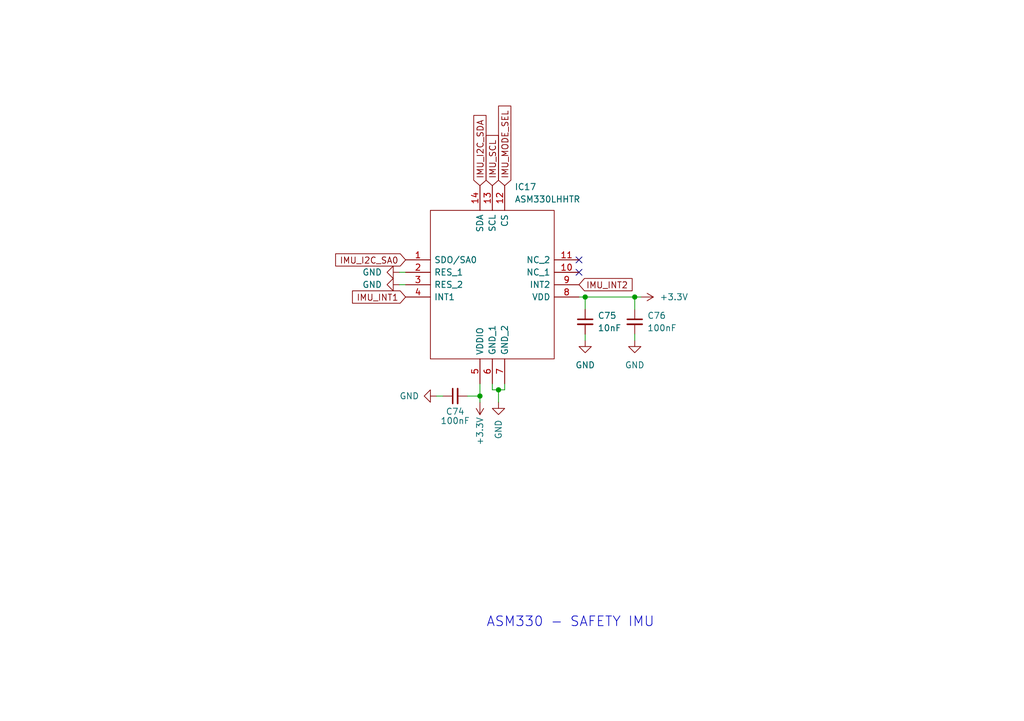
<source format=kicad_sch>
(kicad_sch (version 20211123) (generator eeschema)
  (paper "A5")
  (lib_symbols
    (symbol "Device:C_Small" (pin_numbers hide) (pin_names (offset 0.254) hide)
      (property "Reference" "C" (at 0.254 1.778 0))
      (property "Value" "C_Small" (at 0.254 -2.032 0))
      (symbol "C_Small_0_1"
        (polyline (pts (xy -1.524 -0.508) (xy 1.524 -0.508)) (stroke (width 0.3302)))
        (polyline (pts (xy -1.524 0.508) (xy 1.524 0.508)) (stroke (width 0.3048)))
      )
      (symbol "C_Small_1_1"
        (pin passive line (at 0 2.54 270) (length 2.032) (name "~") (number "1"))
        (pin passive line (at 0 -2.54 90) (length 2.032) (name "~") (number "2"))
      )
    )
    (symbol "pdms_additional:ASM330LHHTR" (pin_names (offset 0.762))
      (property "Reference" "IC" (at 31.75 15.24 0))
      (property "Value" "ASM330LHHTR" (at 31.75 12.7 0))
      (symbol "ASM330LHHTR_0_0"
        (pin passive line (at 0 0 0) (length 5.08) (name "SDO/SA0") (number "1"))
        (pin passive line (at 35.56 -2.54 180) (length 5.08) (name "NC_1") (number "10"))
        (pin passive line (at 35.56 0 180) (length 5.08) (name "NC_2") (number "11"))
        (pin passive line (at 20.32 15.24 270) (length 5.08) (name "CS") (number "12"))
        (pin passive line (at 17.78 15.24 270) (length 5.08) (name "SCL") (number "13"))
        (pin passive line (at 15.24 15.24 270) (length 5.08) (name "SDA") (number "14"))
        (pin passive line (at 0 -2.54 0) (length 5.08) (name "RES_1") (number "2"))
        (pin passive line (at 0 -5.08 0) (length 5.08) (name "RES_2") (number "3"))
        (pin passive line (at 0 -7.62 0) (length 5.08) (name "INT1") (number "4"))
        (pin passive line (at 15.24 -25.4 90) (length 5.08) (name "VDDIO") (number "5"))
        (pin passive line (at 17.78 -25.4 90) (length 5.08) (name "GND_1") (number "6"))
        (pin passive line (at 20.32 -25.4 90) (length 5.08) (name "GND_2") (number "7"))
        (pin passive line (at 35.56 -7.62 180) (length 5.08) (name "VDD") (number "8"))
        (pin passive line (at 35.56 -5.08 180) (length 5.08) (name "INT2") (number "9"))
      )
      (symbol "ASM330LHHTR_0_1"
        (polyline (pts (xy 5.08 10.16) (xy 30.48 10.16) (xy 30.48 -20.32) (xy 5.08 -20.32) (xy 5.08 10.16)) (stroke (width 0.1524)))
      )
    )
    (symbol "power:+3.3V" (power) (pin_names (offset 0))
      (property "Value" "+3.3V" (at 0 3.556 0))
      (symbol "+3.3V_0_1"
        (polyline (pts (xy -0.762 1.27) (xy 0 2.54)))
        (polyline (pts (xy 0 0) (xy 0 2.54)))
        (polyline (pts (xy 0 2.54) (xy 0.762 1.27)))
      )
      (symbol "+3.3V_1_1"
        (pin power_in line (at 0 0 90) (length 0) hide (name "+3.3V") (number "1"))
      )
    )
    (symbol "power:GND" (power) (pin_names (offset 0))
      (property "Value" "GND" (at 0 -3.81 0))
      (symbol "GND_0_1"
        (polyline (pts (xy 0 0) (xy 0 -1.27) (xy 1.27 -1.27) (xy 0 -2.54) (xy -1.27 -1.27) (xy 0 -1.27)))
      )
      (symbol "GND_1_1"
        (pin power_in line (at 0 0 270) (length 0) hide (name "GND") (number "1"))
      )
    )
  )
  (junction (at 120.015 60.96))
  (junction (at 102.235 80.01))
  (junction (at 130.175 60.96))
  (junction (at 98.425 81.28))
  (no_connect (at 118.745 55.88))
  (no_connect (at 118.745 53.34))
  (wire (pts (xy 120.015 68.58) (xy 120.015 69.85)))
  (wire (pts (xy 95.885 81.28) (xy 98.425 81.28)))
  (wire (pts (xy 120.015 60.96) (xy 130.175 60.96)))
  (wire (pts (xy 103.505 80.01) (xy 103.505 78.74)))
  (wire (pts (xy 81.915 58.42) (xy 83.185 58.42)))
  (wire (pts (xy 81.915 55.88) (xy 83.185 55.88)))
  (wire (pts (xy 98.425 81.28) (xy 98.425 82.55)))
  (wire (pts (xy 130.175 60.96) (xy 130.175 63.5)))
  (wire (pts (xy 89.535 81.28) (xy 90.805 81.28)))
  (wire (pts (xy 98.425 81.28) (xy 98.425 78.74)))
  (wire (pts (xy 102.235 80.01) (xy 103.505 80.01)))
  (wire (pts (xy 120.015 60.96) (xy 120.015 63.5)))
  (wire (pts (xy 100.965 80.01) (xy 102.235 80.01)))
  (wire (pts (xy 130.175 60.96) (xy 131.445 60.96)))
  (wire (pts (xy 100.965 78.74) (xy 100.965 80.01)))
  (wire (pts (xy 118.745 60.96) (xy 120.015 60.96)))
  (wire (pts (xy 102.235 80.01) (xy 102.235 82.55)))
  (wire (pts (xy 130.175 68.58) (xy 130.175 69.85)))
  (text "ASM330 - SAFETY IMU" (at 99.695 128.905 0) (effects (font (size 2 2)) (justify left bottom)))
  (global_label "IMU_I2C_SA0" (shape input) (at 83.185 53.34 180) (property "Intersheet References" "${INTERSHEET_REFS}" (effects hide)))
  (global_label "IMU_I2C_SDA" (shape input) (at 98.425 38.1 90) (property "Intersheet References" "${INTERSHEET_REFS}" (effects hide)))
  (global_label "IMU_SCL" (shape input) (at 100.965 38.1 90) (property "Intersheet References" "${INTERSHEET_REFS}" (effects hide)))
  (global_label "IMU_MODE_SEL" (shape input) (at 103.505 38.1 90) (property "Intersheet References" "${INTERSHEET_REFS}" (effects hide)))
  (global_label "IMU_INT2" (shape input) (at 118.745 58.42 0) (property "Intersheet References" "${INTERSHEET_REFS}" (effects hide)))
  (global_label "IMU_INT1" (shape input) (at 83.185 60.96 180) (property "Intersheet References" "${INTERSHEET_REFS}" (effects hide)))
  (symbol (lib_id "power:GND") (at 130.175 69.85 0) (unit 1)
    (property "Reference" "#PWR0293" (effects hide))
    (property "Value" "GND" (at 130.175 74.93 0))
  )
  (symbol (lib_id "Device:C_Small") (at 130.175 66.04 0) (unit 1)
    (property "Reference" "C76" (at 132.715 64.7762 0) (effects (justify left)))
    (property "Value" "100nF" (at 132.715 67.3162 0) (effects (justify left)))
  )
  (symbol (lib_id "Device:C_Small") (at 120.015 66.04 0) (unit 1)
    (property "Reference" "C75" (at 122.555 64.7762 0) (effects (justify left)))
    (property "Value" "10nF" (at 122.555 67.3162 0) (effects (justify left)))
  )
  (symbol (lib_id "power:+3.3V") (at 98.425 82.55 180) (unit 1)
    (property "Reference" "#PWR0297" (effects hide))
    (property "Value" "+3.3V" (at 98.425 91.44 90) (effects (justify right)))
  )
  (symbol (lib_id "power:GND") (at 120.015 69.85 0) (unit 1)
    (property "Reference" "#PWR0291" (effects hide))
    (property "Value" "GND" (at 120.015 74.93 0))
  )
  (symbol (lib_id "pdms_additional:ASM330LHHTR") (at 83.185 53.34 0) (unit 1)
    (property "Reference" "IC17" (at 105.5244 38.354 0) (effects (justify left)))
    (property "Value" "ASM330LHHTR" (at 105.5244 40.894 0) (effects (justify left)))
    (property "Datasheet" "https://www.st.com/resource/en/datasheet/asm330lhh.pdf" (effects hide))
    (property "Description" "STMICROELECTRONICS - ASM330LHHTR - MEMS MOD, 3-AXIS GYROSCOPE/ACCELEROMETER" (effects hide))
    (property "Manufacturer_Name" "STMicroelectronics" (effects hide))
    (property "Manufacturer_Part_Number" "ASM330LHHTR" (effects hide))
    (property "Mouser Part Number" "511-ASM330LHHTR" (effects hide))
    (property "Mouser Price/Stock" "https://www.mouser.co.uk/ProductDetail/STMicroelectronics/ASM330LHHTR?qs=lc2O%252BfHJPVYgP8P9MzExKQ%3D%3D" (effects hide))
    (property "Arrow Part Number" "ASM330LHHTR" (effects hide))
    (property "Arrow Price/Stock" "https://www.arrow.com/en/products/asm330lhhtr/stmicroelectronics" (effects hide))
  )
  (symbol (lib_id "power:GND") (at 81.915 58.42 270) (unit 1)
    (property "Reference" "#PWR0294" (effects hide))
    (property "Value" "GND" (at 76.327 58.42 90))
  )
  (symbol (lib_id "Device:C_Small") (at 93.345 81.28 90) (unit 1)
    (property "Reference" "C74" (at 93.345 84.455 90))
    (property "Value" "100nF" (at 93.345 86.36 90))
  )
  (symbol (lib_id "power:GND") (at 89.535 81.28 270) (unit 1)
    (property "Reference" "#PWR0298" (effects hide))
    (property "Value" "GND" (at 83.947 81.28 90))
  )
  (symbol (lib_id "power:GND") (at 102.235 82.55 0) (unit 1)
    (property "Reference" "#PWR0296" (effects hide))
    (property "Value" "GND" (at 102.235 88.138 90))
  )
  (symbol (lib_id "power:+3.3V") (at 131.445 60.96 270) (unit 1)
    (property "Reference" "#PWR0292" (effects hide))
    (property "Value" "+3.3V" (at 135.255 60.9599 90) (effects (justify left)))
  )
  (symbol (lib_id "power:GND") (at 81.915 55.88 270) (unit 1)
    (property "Reference" "#PWR0295" (effects hide))
    (property "Value" "GND" (at 76.327 55.88 90))
  )
)
</source>
